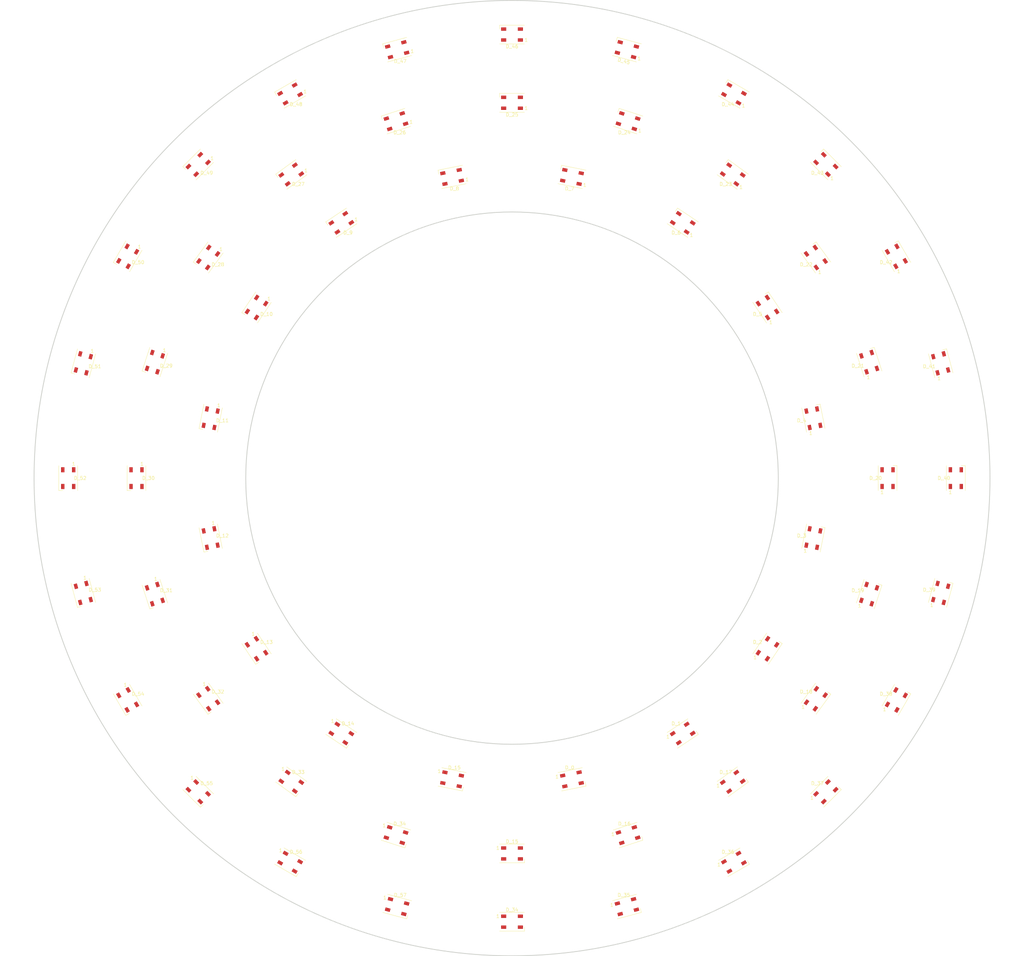
<source format=kicad_pcb>
(kicad_pcb (version 20211014) (generator pcbnew)
  (title_block (title "A title") (comment 1 "Comment 1"))
  (layers (0 "F.Cu" signal) (1 "In1.Cu" signal "Inner1.Cu") (2 "In2.Cu" signal "Inner2.Cu") (31 "B.Cu" signal) (34 "B.Paste" user) (35 "F.Paste" user) (36 "B.SilkS" user) (37 "F.SilkS" user) (38 "B.Mask" user) (39 "F.Mask" user) (44 "Edge.Cuts" user))
  (net 0 "")
  (footprint "D_7" (layer "F.Cu") (at 217.558129 111.729325 168.75)
    (fp_text reference "D_7" (at 0 -3.5) (layer "F.SilkS"))
    (fp_text value "LED_WS2812B_PLCC4_5.0x5.0mm_P3.2mm")
    (fp_text user "1" (at -4.15 -1.6) (layer "F.SilkS"))
    (pad "1" smd rect locked (at -2.45 -1.6 168.75) (size 1.5 1) (layers "F.Cu" "F.Paste" "F.Mask"))
    (pad "2" smd rect locked (at -2.45 1.6 168.75) (size 1.5 1) (layers "F.Cu" "F.Paste" "F.Mask"))
    (pad "3" smd rect locked (at 2.45 1.6 168.75) (size 1.5 1) (layers "F.Cu" "F.Paste" "F.Mask"))
    (pad "4" smd rect locked (at 2.45 -1.6 168.75) (size 1.5 1) (layers "F.Cu" "F.Paste" "F.Mask"))
  )
  (footprint "D_55" (layer "F.Cu") (at 108.076118 291.923882 -45)
    (fp_text reference "D_55" (at 0 -3.5) (layer "F.SilkS"))
    (fp_text value "LED_WS2812B_PLCC4_5.0x5.0mm_P3.2mm")
    (fp_text user "1" (at -4.15 -1.6) (layer "F.SilkS"))
    (pad "1" smd rect locked (at -2.45 -1.6 315) (size 1.5 1) (layers "F.Cu" "F.Paste" "F.Mask"))
    (pad "2" smd rect locked (at -2.45 1.6 315) (size 1.5 1) (layers "F.Cu" "F.Paste" "F.Mask"))
    (pad "3" smd rect locked (at 2.45 1.6 315) (size 1.5 1) (layers "F.Cu" "F.Paste" "F.Mask"))
    (pad "4" smd rect locked (at 2.45 -1.6 315) (size 1.5 1) (layers "F.Cu" "F.Paste" "F.Mask"))
  )
  (footprint "D_43" (layer "F.Cu") (at 291.923882 108.076118 135)
    (fp_text reference "D_43" (at 0 -3.5) (layer "F.SilkS"))
    (fp_text value "LED_WS2812B_PLCC4_5.0x5.0mm_P3.2mm")
    (fp_text user "1" (at -4.15 -1.6) (layer "F.SilkS"))
    (pad "1" smd rect locked (at -2.45 -1.6 135) (size 1.5 1) (layers "F.Cu" "F.Paste" "F.Mask"))
    (pad "2" smd rect locked (at -2.45 1.6 135) (size 1.5 1) (layers "F.Cu" "F.Paste" "F.Mask"))
    (pad "3" smd rect locked (at 2.45 1.6 135) (size 1.5 1) (layers "F.Cu" "F.Paste" "F.Mask"))
    (pad "4" smd rect locked (at 2.45 -1.6 135) (size 1.5 1) (layers "F.Cu" "F.Paste" "F.Mask"))
  )
  (footprint "D_6" (layer "F.Cu") (at 250.001321 125.167735 146.25)
    (fp_text reference "D_6" (at 0 -3.5) (layer "F.SilkS"))
    (fp_text value "LED_WS2812B_PLCC4_5.0x5.0mm_P3.2mm")
    (fp_text user "1" (at -4.15 -1.6) (layer "F.SilkS"))
    (pad "1" smd rect locked (at -2.45 -1.6 146.25) (size 1.5 1) (layers "F.Cu" "F.Paste" "F.Mask"))
    (pad "2" smd rect locked (at -2.45 1.6 146.25) (size 1.5 1) (layers "F.Cu" "F.Paste" "F.Mask"))
    (pad "3" smd rect locked (at 2.45 1.6 146.25) (size 1.5 1) (layers "F.Cu" "F.Paste" "F.Mask"))
    (pad "4" smd rect locked (at 2.45 -1.6 146.25) (size 1.5 1) (layers "F.Cu" "F.Paste" "F.Mask"))
  )
  (footprint "D_34" (layer "F.Cu") (at 166.008131 304.616217 -18)
    (fp_text reference "D_34" (at 0 -3.5) (layer "F.SilkS"))
    (fp_text value "LED_WS2812B_PLCC4_5.0x5.0mm_P3.2mm")
    (fp_text user "1" (at -4.15 -1.6) (layer "F.SilkS"))
    (pad "1" smd rect locked (at -2.45 -1.6 342) (size 1.5 1) (layers "F.Cu" "F.Paste" "F.Mask"))
    (pad "2" smd rect locked (at -2.45 1.6 342) (size 1.5 1) (layers "F.Cu" "F.Paste" "F.Mask"))
    (pad "3" smd rect locked (at 2.45 1.6 342) (size 1.5 1) (layers "F.Cu" "F.Paste" "F.Mask"))
    (pad "4" smd rect locked (at 2.45 -1.6 342) (size 1.5 1) (layers "F.Cu" "F.Paste" "F.Mask"))
  )
  (footprint "D_30" (layer "F.Cu") (at 90 200 -90)
    (fp_text reference "D_30" (at 0 -3.5) (layer "F.SilkS"))
    (fp_text value "LED_WS2812B_PLCC4_5.0x5.0mm_P3.2mm")
    (fp_text user "1" (at -4.15 -1.6) (layer "F.SilkS"))
    (pad "1" smd rect locked (at -2.45 -1.6 270) (size 1.5 1) (layers "F.Cu" "F.Paste" "F.Mask"))
    (pad "2" smd rect locked (at -2.45 1.6 270) (size 1.5 1) (layers "F.Cu" "F.Paste" "F.Mask"))
    (pad "3" smd rect locked (at 2.45 1.6 270) (size 1.5 1) (layers "F.Cu" "F.Paste" "F.Mask"))
    (pad "4" smd rect locked (at 2.45 -1.6 270) (size 1.5 1) (layers "F.Cu" "F.Paste" "F.Mask"))
  )
  (footprint "D_13" (layer "F.Cu") (at 125.167735 250.001321 -56.25)
    (fp_text reference "D_13" (at 0 -3.5) (layer "F.SilkS"))
    (fp_text value "LED_WS2812B_PLCC4_5.0x5.0mm_P3.2mm")
    (fp_text user "1" (at -4.15 -1.6) (layer "F.SilkS"))
    (pad "1" smd rect locked (at -2.45 -1.6 303.75) (size 1.5 1) (layers "F.Cu" "F.Paste" "F.Mask"))
    (pad "2" smd rect locked (at -2.45 1.6 303.75) (size 1.5 1) (layers "F.Cu" "F.Paste" "F.Mask"))
    (pad "3" smd rect locked (at 2.45 1.6 303.75) (size 1.5 1) (layers "F.Cu" "F.Paste" "F.Mask"))
    (pad "4" smd rect locked (at 2.45 -1.6 303.75) (size 1.5 1) (layers "F.Cu" "F.Paste" "F.Mask"))
  )
  (footprint "D_11" (layer "F.Cu") (at 111.729325 182.441871 -101.25)
    (fp_text reference "D_11" (at 0 -3.5) (layer "F.SilkS"))
    (fp_text value "LED_WS2812B_PLCC4_5.0x5.0mm_P3.2mm")
    (fp_text user "1" (at -4.15 -1.6) (layer "F.SilkS"))
    (pad "1" smd rect locked (at -2.45 -1.6 258.75) (size 1.5 1) (layers "F.Cu" "F.Paste" "F.Mask"))
    (pad "2" smd rect locked (at -2.45 1.6 258.75) (size 1.5 1) (layers "F.Cu" "F.Paste" "F.Mask"))
    (pad "3" smd rect locked (at 2.45 1.6 258.75) (size 1.5 1) (layers "F.Cu" "F.Paste" "F.Mask"))
    (pad "4" smd rect locked (at 2.45 -1.6 258.75) (size 1.5 1) (layers "F.Cu" "F.Paste" "F.Mask"))
  )
  (footprint "D_33" (layer "F.Cu") (at 135.343622 288.991869 -36)
    (fp_text reference "D_33" (at 0 -3.5) (layer "F.SilkS"))
    (fp_text value "LED_WS2812B_PLCC4_5.0x5.0mm_P3.2mm")
    (fp_text user "1" (at -4.15 -1.6) (layer "F.SilkS"))
    (pad "1" smd rect locked (at -2.45 -1.6 324) (size 1.5 1) (layers "F.Cu" "F.Paste" "F.Mask"))
    (pad "2" smd rect locked (at -2.45 1.6 324) (size 1.5 1) (layers "F.Cu" "F.Paste" "F.Mask"))
    (pad "3" smd rect locked (at 2.45 1.6 324) (size 1.5 1) (layers "F.Cu" "F.Paste" "F.Mask"))
    (pad "4" smd rect locked (at 2.45 -1.6 324) (size 1.5 1) (layers "F.Cu" "F.Paste" "F.Mask"))
  )
  (footprint "D_31" (layer "F.Cu") (at 95.383783 233.991869 -72)
    (fp_text reference "D_31" (at 0 -3.5) (layer "F.SilkS"))
    (fp_text value "LED_WS2812B_PLCC4_5.0x5.0mm_P3.2mm")
    (fp_text user "1" (at -4.15 -1.6) (layer "F.SilkS"))
    (pad "1" smd rect locked (at -2.45 -1.6 288) (size 1.5 1) (layers "F.Cu" "F.Paste" "F.Mask"))
    (pad "2" smd rect locked (at -2.45 1.6 288) (size 1.5 1) (layers "F.Cu" "F.Paste" "F.Mask"))
    (pad "3" smd rect locked (at 2.45 1.6 288) (size 1.5 1) (layers "F.Cu" "F.Paste" "F.Mask"))
    (pad "4" smd rect locked (at 2.45 -1.6 288) (size 1.5 1) (layers "F.Cu" "F.Paste" "F.Mask"))
  )
  (footprint "D_28" (layer "F.Cu") (at 111.008131 135.343622 -126)
    (fp_text reference "D_28" (at 0 -3.5) (layer "F.SilkS"))
    (fp_text value "LED_WS2812B_PLCC4_5.0x5.0mm_P3.2mm")
    (fp_text user "1" (at -4.15 -1.6) (layer "F.SilkS"))
    (pad "1" smd rect locked (at -2.45 -1.6 234) (size 1.5 1) (layers "F.Cu" "F.Paste" "F.Mask"))
    (pad "2" smd rect locked (at -2.45 1.6 234) (size 1.5 1) (layers "F.Cu" "F.Paste" "F.Mask"))
    (pad "3" smd rect locked (at 2.45 1.6 234) (size 1.5 1) (layers "F.Cu" "F.Paste" "F.Mask"))
    (pad "4" smd rect locked (at 2.45 -1.6 234) (size 1.5 1) (layers "F.Cu" "F.Paste" "F.Mask"))
  )
  (footprint "D_45" (layer "F.Cu") (at 233.646476 74.429643 165)
    (fp_text reference "D_45" (at 0 -3.5 165) (layer "F.SilkS"))
    (fp_text value "LED_WS2812B_PLCC4_5.0x5.0mm_P3.2mm")
    (fp_text user "1" (at -4.15 -1.6) (layer "F.SilkS"))
    (pad "1" smd rect locked (at -2.45 -1.6 165) (size 1.5 1) (layers "F.Cu" "F.Paste" "F.Mask"))
    (pad "2" smd rect locked (at -2.45 1.6 165) (size 1.5 1) (layers "F.Cu" "F.Paste" "F.Mask"))
    (pad "3" smd rect locked (at 2.45 1.6 165) (size 1.5 1) (layers "F.Cu" "F.Paste" "F.Mask"))
    (pad "4" smd rect locked (at 2.45 -1.6 165) (size 1.5 1) (layers "F.Cu" "F.Paste" "F.Mask"))
  )
  (footprint "D_1" (layer "F.Cu") (at 250.001321 274.832265 33.75)
    (fp_text reference "D_1" (at 0 -3.5) (layer "F.SilkS"))
    (fp_text value "LED_WS2812B_PLCC4_5.0x5.0mm_P3.2mm")
    (fp_text user "1" (at -4.15 -1.6) (layer "F.SilkS"))
    (pad "1" smd rect locked (at -2.45 -1.6 33.75) (size 1.5 1) (layers "F.Cu" "F.Paste" "F.Mask"))
    (pad "2" smd rect locked (at -2.45 1.6 33.75) (size 1.5 1) (layers "F.Cu" "F.Paste" "F.Mask"))
    (pad "3" smd rect locked (at 2.45 1.6 33.75) (size 1.5 1) (layers "F.Cu" "F.Paste" "F.Mask"))
    (pad "4" smd rect locked (at 2.45 -1.6 33.75) (size 1.5 1) (layers "F.Cu" "F.Paste" "F.Mask"))
  )
  (footprint "D_51" (layer "F.Cu") (at 74.429643 166.353524 -105)
    (fp_text reference "D_51" (at 0 -3.5) (layer "F.SilkS"))
    (fp_text value "LED_WS2812B_PLCC4_5.0x5.0mm_P3.2mm")
    (fp_text user "1" (at -4.15 -1.6) (layer "F.SilkS"))
    (pad "1" smd rect locked (at -2.45 -1.6 255) (size 1.5 1) (layers "F.Cu" "F.Paste" "F.Mask"))
    (pad "2" smd rect locked (at -2.45 1.6 255) (size 1.5 1) (layers "F.Cu" "F.Paste" "F.Mask"))
    (pad "3" smd rect locked (at 2.45 1.6 255) (size 1.5 1) (layers "F.Cu" "F.Paste" "F.Mask"))
    (pad "4" smd rect locked (at 2.45 -1.6 255) (size 1.5 1) (layers "F.Cu" "F.Paste" "F.Mask"))
  )
  (footprint "D_29" (layer "F.Cu") (at 95.383783 166.008131 -108)
    (fp_text reference "D_29" (at 0 -3.5) (layer "F.SilkS"))
    (fp_text value "LED_WS2812B_PLCC4_5.0x5.0mm_P3.2mm")
    (fp_text user "1" (at -4.15 -1.6) (layer "F.SilkS"))
    (pad "1" smd rect locked (at -2.45 -1.6 252) (size 1.5 1) (layers "F.Cu" "F.Paste" "F.Mask"))
    (pad "2" smd rect locked (at -2.45 1.6 252) (size 1.5 1) (layers "F.Cu" "F.Paste" "F.Mask"))
    (pad "3" smd rect locked (at 2.45 1.6 252) (size 1.5 1) (layers "F.Cu" "F.Paste" "F.Mask"))
    (pad "4" smd rect locked (at 2.45 -1.6 252) (size 1.5 1) (layers "F.Cu" "F.Paste" "F.Mask"))
  )
  (footprint "D_2" (layer "F.Cu") (at 274.832265 250.001321 56.25)
    (fp_text reference "D_2" (at 0 -3.5) (layer "F.SilkS"))
    (fp_text value "LED_WS2812B_PLCC4_5.0x5.0mm_P3.2mm")
    (fp_text user "1" (at -4.15 -1.6) (layer "F.SilkS"))
    (pad "1" smd rect locked (at -2.45 -1.6 56.25) (size 1.5 1) (layers "F.Cu" "F.Paste" "F.Mask"))
    (pad "2" smd rect locked (at -2.45 1.6 56.25) (size 1.5 1) (layers "F.Cu" "F.Paste" "F.Mask"))
    (pad "3" smd rect locked (at 2.45 1.6 56.25) (size 1.5 1) (layers "F.Cu" "F.Paste" "F.Mask"))
    (pad "4" smd rect locked (at 2.45 -1.6 56.25) (size 1.5 1) (layers "F.Cu" "F.Paste" "F.Mask"))
  )
  (footprint "D_10" (layer "F.Cu") (at 125.167735 149.998679 -123.75)
    (fp_text reference "D_10" (at 0 -3.5) (layer "F.SilkS"))
    (fp_text value "LED_WS2812B_PLCC4_5.0x5.0mm_P3.2mm")
    (fp_text user "1" (at -4.15 -1.6) (layer "F.SilkS"))
    (pad "1" smd rect locked (at -2.45 -1.6 236.25) (size 1.5 1) (layers "F.Cu" "F.Paste" "F.Mask"))
    (pad "2" smd rect locked (at -2.45 1.6 236.25) (size 1.5 1) (layers "F.Cu" "F.Paste" "F.Mask"))
    (pad "3" smd rect locked (at 2.45 1.6 236.25) (size 1.5 1) (layers "F.Cu" "F.Paste" "F.Mask"))
    (pad "4" smd rect locked (at 2.45 -1.6 236.25) (size 1.5 1) (layers "F.Cu" "F.Paste" "F.Mask"))
  )
  (footprint "D_49" (layer "F.Cu") (at 108.076118 108.076118 -135)
    (fp_text reference "D_49" (at 0 -3.5) (layer "F.SilkS"))
    (fp_text value "LED_WS2812B_PLCC4_5.0x5.0mm_P3.2mm")
    (fp_text user "1" (at -4.15 -1.6) (layer "F.SilkS"))
    (pad "1" smd rect locked (at -2.45 -1.6 225) (size 1.5 1) (layers "F.Cu" "F.Paste" "F.Mask"))
    (pad "2" smd rect locked (at -2.45 1.6 225) (size 1.5 1) (layers "F.Cu" "F.Paste" "F.Mask"))
    (pad "3" smd rect locked (at 2.45 1.6 225) (size 1.5 1) (layers "F.Cu" "F.Paste" "F.Mask"))
    (pad "4" smd rect locked (at 2.45 -1.6 225) (size 1.5 1) (layers "F.Cu" "F.Paste" "F.Mask"))
  )
  (footprint "D_21" (layer "F.Cu") (at 304.616217 166.008131 108)
    (fp_text reference "D_21" (at 0 -3.5) (layer "F.SilkS"))
    (fp_text value "LED_WS2812B_PLCC4_5.0x5.0mm_P3.2mm")
    (fp_text user "1" (at -4.15 -1.6) (layer "F.SilkS"))
    (pad "1" smd rect locked (at -2.45 -1.6 108) (size 1.5 1) (layers "F.Cu" "F.Paste" "F.Mask"))
    (pad "2" smd rect locked (at -2.45 1.6 108) (size 1.5 1) (layers "F.Cu" "F.Paste" "F.Mask"))
    (pad "3" smd rect locked (at 2.45 1.6 108) (size 1.5 1) (layers "F.Cu" "F.Paste" "F.Mask"))
    (pad "4" smd rect locked (at 2.45 -1.6 108) (size 1.5 1) (layers "F.Cu" "F.Paste" "F.Mask"))
  )
  (footprint "D_56" (layer "F.Cu") (at 135 312.583302 -30)
    (fp_text reference "D_56" (at 0 -3.5) (layer "F.SilkS"))
    (fp_text value "LED_WS2812B_PLCC4_5.0x5.0mm_P3.2mm")
    (fp_text user "1" (at -4.15 -1.6) (layer "F.SilkS"))
    (pad "1" smd rect locked (at -2.45 -1.6 330) (size 1.5 1) (layers "F.Cu" "F.Paste" "F.Mask"))
    (pad "2" smd rect locked (at -2.45 1.6 330) (size 1.5 1) (layers "F.Cu" "F.Paste" "F.Mask"))
    (pad "3" smd rect locked (at 2.45 1.6 330) (size 1.5 1) (layers "F.Cu" "F.Paste" "F.Mask"))
    (pad "4" smd rect locked (at 2.45 -1.6 330) (size 1.5 1) (layers "F.Cu" "F.Paste" "F.Mask"))
  )
  (footprint "D_0" (layer "F.Cu") (at 217.558129 288.270675 11.25)
    (fp_text reference "D_0" (at 0 -3.5) (layer "F.SilkS"))
    (fp_text value "LED_WS2812B_PLCC4_5.0x5.0mm_P3.2mm")
    (fp_text user "1" (at -4.15 -1.6) (layer "F.SilkS"))
    (pad "1" smd rect locked (at -2.45 -1.6 11.25) (size 1.5 1) (layers "F.Cu" "F.Paste" "F.Mask"))
    (pad "2" smd rect locked (at -2.45 1.6 11.25) (size 1.5 1) (layers "F.Cu" "F.Paste" "F.Mask"))
    (pad "3" smd rect locked (at 2.45 1.6 11.25) (size 1.5 1) (layers "F.Cu" "F.Paste" "F.Mask"))
    (pad "4" smd rect locked (at 2.45 -1.6 11.25) (size 1.5 1) (layers "F.Cu" "F.Paste" "F.Mask"))
  )
  (footprint "D_5" (layer "F.Cu") (at 274.832265 149.998679 123.75)
    (fp_text reference "D_5" (at 0 -3.5) (layer "F.SilkS"))
    (fp_text value "LED_WS2812B_PLCC4_5.0x5.0mm_P3.2mm")
    (fp_text user "1" (at -4.15 -1.6) (layer "F.SilkS"))
    (pad "1" smd rect locked (at -2.45 -1.6 123.75) (size 1.5 1) (layers "F.Cu" "F.Paste" "F.Mask"))
    (pad "2" smd rect locked (at -2.45 1.6 123.75) (size 1.5 1) (layers "F.Cu" "F.Paste" "F.Mask"))
    (pad "3" smd rect locked (at 2.45 1.6 123.75) (size 1.5 1) (layers "F.Cu" "F.Paste" "F.Mask"))
    (pad "4" smd rect locked (at 2.45 -1.6 123.75) (size 1.5 1) (layers "F.Cu" "F.Paste" "F.Mask"))
  )
  (footprint "D_27" (layer "F.Cu") (at 135.343622 111.008131 -144)
    (fp_text reference "D_27" (at 0 -3.5) (layer "F.SilkS"))
    (fp_text value "LED_WS2812B_PLCC4_5.0x5.0mm_P3.2mm")
    (fp_text user "1" (at -4.15 -1.6) (layer "F.SilkS"))
    (pad "1" smd rect locked (at -2.45 -1.6 216) (size 1.5 1) (layers "F.Cu" "F.Paste" "F.Mask"))
    (pad "2" smd rect locked (at -2.45 1.6 216) (size 1.5 1) (layers "F.Cu" "F.Paste" "F.Mask"))
    (pad "3" smd rect locked (at 2.45 1.6 216) (size 1.5 1) (layers "F.Cu" "F.Paste" "F.Mask"))
    (pad "4" smd rect locked (at 2.45 -1.6 216) (size 1.5 1) (layers "F.Cu" "F.Paste" "F.Mask"))
  )
  (footprint "D_48" (layer "F.Cu") (at 135 87.416698 -150)
    (fp_text reference "D_48" (at 0 -3.5) (layer "F.SilkS"))
    (fp_text value "LED_WS2812B_PLCC4_5.0x5.0mm_P3.2mm")
    (fp_text user "1" (at -4.15 -1.6) (layer "F.SilkS"))
    (pad "1" smd rect locked (at -2.45 -1.6 210) (size 1.5 1) (layers "F.Cu" "F.Paste" "F.Mask"))
    (pad "2" smd rect locked (at -2.45 1.6 210) (size 1.5 1) (layers "F.Cu" "F.Paste" "F.Mask"))
    (pad "3" smd rect locked (at 2.45 1.6 210) (size 1.5 1) (layers "F.Cu" "F.Paste" "F.Mask"))
    (pad "4" smd rect locked (at 2.45 -1.6 210) (size 1.5 1) (layers "F.Cu" "F.Paste" "F.Mask"))
  )
  (footprint "D_3" (layer "F.Cu") (at 288.270675 217.558129 78.75)
    (fp_text reference "D_3" (at 0 -3.5) (layer "F.SilkS"))
    (fp_text value "LED_WS2812B_PLCC4_5.0x5.0mm_P3.2mm")
    (fp_text user "1" (at -4.15 -1.6) (layer "F.SilkS"))
    (pad "1" smd rect locked (at -2.45 -1.6 78.75) (size 1.5 1) (layers "F.Cu" "F.Paste" "F.Mask"))
    (pad "2" smd rect locked (at -2.45 1.6 78.75) (size 1.5 1) (layers "F.Cu" "F.Paste" "F.Mask"))
    (pad "3" smd rect locked (at 2.45 1.6 78.75) (size 1.5 1) (layers "F.Cu" "F.Paste" "F.Mask"))
    (pad "4" smd rect locked (at 2.45 -1.6 78.75) (size 1.5 1) (layers "F.Cu" "F.Paste" "F.Mask"))
  )
  (footprint "D_12" (layer "F.Cu") (at 111.729325 217.558129 -78.75)
    (fp_text reference "D_12" (at 0 -3.5) (layer "F.SilkS"))
    (fp_text value "LED_WS2812B_PLCC4_5.0x5.0mm_P3.2mm")
    (fp_text user "1" (at -4.15 -1.6) (layer "F.SilkS"))
    (pad "1" smd rect locked (at -2.45 -1.6 281.25) (size 1.5 1) (layers "F.Cu" "F.Paste" "F.Mask"))
    (pad "2" smd rect locked (at -2.45 1.6 281.25) (size 1.5 1) (layers "F.Cu" "F.Paste" "F.Mask"))
    (pad "3" smd rect locked (at 2.45 1.6 281.25) (size 1.5 1) (layers "F.Cu" "F.Paste" "F.Mask"))
    (pad "4" smd rect locked (at 2.45 -1.6 281.25) (size 1.5 1) (layers "F.Cu" "F.Paste" "F.Mask"))
  )
  (footprint "D_22" (layer "F.Cu") (at 288.991869 135.343622 126)
    (fp_text reference "D_22" (at 0 -3.5) (layer "F.SilkS"))
    (fp_text value "LED_WS2812B_PLCC4_5.0x5.0mm_P3.2mm")
    (fp_text user "1" (at -4.15 -1.6) (layer "F.SilkS"))
    (pad "1" smd rect locked (at -2.45 -1.6 126) (size 1.5 1) (layers "F.Cu" "F.Paste" "F.Mask"))
    (pad "2" smd rect locked (at -2.45 1.6 126) (size 1.5 1) (layers "F.Cu" "F.Paste" "F.Mask"))
    (pad "3" smd rect locked (at 2.45 1.6 126) (size 1.5 1) (layers "F.Cu" "F.Paste" "F.Mask"))
    (pad "4" smd rect locked (at 2.45 -1.6 126) (size 1.5 1) (layers "F.Cu" "F.Paste" "F.Mask"))
  )
  (footprint "D_17" (layer "F.Cu") (at 264.656378 288.991869 36)
    (fp_text reference "D_17" (at 0 -3.5) (layer "F.SilkS"))
    (fp_text value "LED_WS2812B_PLCC4_5.0x5.0mm_P3.2mm")
    (fp_text user "1" (at -4.15 -1.6) (layer "F.SilkS"))
    (pad "1" smd rect locked (at -2.45 -1.6 36) (size 1.5 1) (layers "F.Cu" "F.Paste" "F.Mask"))
    (pad "2" smd rect locked (at -2.45 1.6 36) (size 1.5 1) (layers "F.Cu" "F.Paste" "F.Mask"))
    (pad "3" smd rect locked (at 2.45 1.6 36) (size 1.5 1) (layers "F.Cu" "F.Paste" "F.Mask"))
    (pad "4" smd rect locked (at 2.45 -1.6 36) (size 1.5 1) (layers "F.Cu" "F.Paste" "F.Mask"))
  )
  (footprint "D_24" (layer "F.Cu") (at 233.991869 95.383783 162)
    (fp_text reference "D_24" (at 0 -3.5) (layer "F.SilkS"))
    (fp_text value "LED_WS2812B_PLCC4_5.0x5.0mm_P3.2mm")
    (fp_text user "1" (at -4.15 -1.6) (layer "F.SilkS"))
    (pad "1" smd rect locked (at -2.45 -1.6 162) (size 1.5 1) (layers "F.Cu" "F.Paste" "F.Mask"))
    (pad "2" smd rect locked (at -2.45 1.6 162) (size 1.5 1) (layers "F.Cu" "F.Paste" "F.Mask"))
    (pad "3" smd rect locked (at 2.45 1.6 162) (size 1.5 1) (layers "F.Cu" "F.Paste" "F.Mask"))
    (pad "4" smd rect locked (at 2.45 -1.6 162) (size 1.5 1) (layers "F.Cu" "F.Paste" "F.Mask"))
  )
  (footprint "D_41" (layer "F.Cu") (at 325.570357 166.353524 105)
    (fp_text reference "D_41" (at 0 -3.5) (layer "F.SilkS"))
    (fp_text value "LED_WS2812B_PLCC4_5.0x5.0mm_P3.2mm")
    (fp_text user "1" (at -4.15 -1.6) (layer "F.SilkS"))
    (pad "1" smd rect locked (at -2.45 -1.6 105) (size 1.5 1) (layers "F.Cu" "F.Paste" "F.Mask"))
    (pad "2" smd rect locked (at -2.45 1.6 105) (size 1.5 1) (layers "F.Cu" "F.Paste" "F.Mask"))
    (pad "3" smd rect locked (at 2.45 1.6 105) (size 1.5 1) (layers "F.Cu" "F.Paste" "F.Mask"))
    (pad "4" smd rect locked (at 2.45 -1.6 105) (size 1.5 1) (layers "F.Cu" "F.Paste" "F.Mask"))
  )
  (footprint "D_35" (layer "F.Cu") (at 233.646476 325.570357 15)
    (fp_text reference "D_35" (at 0 -3.5) (layer "F.SilkS"))
    (fp_text value "LED_WS2812B_PLCC4_5.0x5.0mm_P3.2mm")
    (fp_text user "1" (at -4.15 -1.6) (layer "F.SilkS"))
    (pad "1" smd rect locked (at -2.45 -1.6 15) (size 1.5 1) (layers "F.Cu" "F.Paste" "F.Mask"))
    (pad "2" smd rect locked (at -2.45 1.6 15) (size 1.5 1) (layers "F.Cu" "F.Paste" "F.Mask"))
    (pad "3" smd rect locked (at 2.45 1.6 15) (size 1.5 1) (layers "F.Cu" "F.Paste" "F.Mask"))
    (pad "4" smd rect locked (at 2.45 -1.6 15) (size 1.5 1) (layers "F.Cu" "F.Paste" "F.Mask"))
  )
  (footprint "D_9" (layer "F.Cu") (at 149.998679 125.167735 -146.25)
    (fp_text reference "D_9" (at 0 -3.5) (layer "F.SilkS"))
    (fp_text value "LED_WS2812B_PLCC4_5.0x5.0mm_P3.2mm")
    (fp_text user "1" (at -4.15 -1.6) (layer "F.SilkS"))
    (pad "1" smd rect locked (at -2.45 -1.6 213.75) (size 1.5 1) (layers "F.Cu" "F.Paste" "F.Mask"))
    (pad "2" smd rect locked (at -2.45 1.6 213.75) (size 1.5 1) (layers "F.Cu" "F.Paste" "F.Mask"))
    (pad "3" smd rect locked (at 2.45 1.6 213.75) (size 1.5 1) (layers "F.Cu" "F.Paste" "F.Mask"))
    (pad "4" smd rect locked (at 2.45 -1.6 213.75) (size 1.5 1) (layers "F.Cu" "F.Paste" "F.Mask"))
  )
  (footprint "D_38" (layer "F.Cu") (at 312.583302 265 60)
    (fp_text reference "D_38" (at 0 -3.5) (layer "F.SilkS"))
    (fp_text value "LED_WS2812B_PLCC4_5.0x5.0mm_P3.2mm")
    (fp_text user "1" (at -4.15 -1.6) (layer "F.SilkS"))
    (pad "1" smd rect locked (at -2.45 -1.6 60) (size 1.5 1) (layers "F.Cu" "F.Paste" "F.Mask"))
    (pad "2" smd rect locked (at -2.45 1.6 60) (size 1.5 1) (layers "F.Cu" "F.Paste" "F.Mask"))
    (pad "3" smd rect locked (at 2.45 1.6 60) (size 1.5 1) (layers "F.Cu" "F.Paste" "F.Mask"))
    (pad "4" smd rect locked (at 2.45 -1.6 60) (size 1.5 1) (layers "F.Cu" "F.Paste" "F.Mask"))
  )
  (footprint "D_50" (layer "F.Cu") (at 87.416698 135 -120)
    (fp_text reference "D_50" (at 0 -3.5) (layer "F.SilkS"))
    (fp_text value "LED_WS2812B_PLCC4_5.0x5.0mm_P3.2mm")
    (fp_text user "1" (at -4.15 -1.6) (layer "F.SilkS"))
    (pad "1" smd rect locked (at -2.45 -1.6 240) (size 1.5 1) (layers "F.Cu" "F.Paste" "F.Mask"))
    (pad "2" smd rect locked (at -2.45 1.6 240) (size 1.5 1) (layers "F.Cu" "F.Paste" "F.Mask"))
    (pad "3" smd rect locked (at 2.45 1.6 240) (size 1.5 1) (layers "F.Cu" "F.Paste" "F.Mask"))
    (pad "4" smd rect locked (at 2.45 -1.6 240) (size 1.5 1) (layers "F.Cu" "F.Paste" "F.Mask"))
  )
  (footprint "D_4" (layer "F.Cu") (at 288.270675 182.441871 101.25)
    (fp_text reference "D_4" (at 0 -3.5) (layer "F.SilkS"))
    (fp_text value "LED_WS2812B_PLCC4_5.0x5.0mm_P3.2mm")
    (fp_text user "1" (at -4.15 -1.6) (layer "F.SilkS"))
    (pad "1" smd rect locked (at -2.45 -1.6 101.25) (size 1.5 1) (layers "F.Cu" "F.Paste" "F.Mask"))
    (pad "2" smd rect locked (at -2.45 1.6 101.25) (size 1.5 1) (layers "F.Cu" "F.Paste" "F.Mask"))
    (pad "3" smd rect locked (at 2.45 1.6 101.25) (size 1.5 1) (layers "F.Cu" "F.Paste" "F.Mask"))
    (pad "4" smd rect locked (at 2.45 -1.6 101.25) (size 1.5 1) (layers "F.Cu" "F.Paste" "F.Mask"))
  )
  (footprint "D_44" (layer "F.Cu") (at 265 87.416698 150)
    (fp_text reference "D_44" (at 0 -3.5) (layer "F.SilkS"))
    (fp_text value "LED_WS2812B_PLCC4_5.0x5.0mm_P3.2mm")
    (fp_text user "1" (at -4.15 -1.6) (layer "F.SilkS"))
    (pad "1" smd rect locked (at -2.45 -1.6 150) (size 1.5 1) (layers "F.Cu" "F.Paste" "F.Mask"))
    (pad "2" smd rect locked (at -2.45 1.6 150) (size 1.5 1) (layers "F.Cu" "F.Paste" "F.Mask"))
    (pad "3" smd rect locked (at 2.45 1.6 150) (size 1.5 1) (layers "F.Cu" "F.Paste" "F.Mask"))
    (pad "4" smd rect locked (at 2.45 -1.6 150) (size 1.5 1) (layers "F.Cu" "F.Paste" "F.Mask"))
  )
  (footprint "D_14" (layer "F.Cu") (at 149.998679 274.832265 -33.75)
    (fp_text reference "D_14" (at 0 -3.5) (layer "F.SilkS"))
    (fp_text value "LED_WS2812B_PLCC4_5.0x5.0mm_P3.2mm")
    (fp_text user "1" (at -4.15 -1.6) (layer "F.SilkS"))
    (pad "1" smd rect locked (at -2.45 -1.6 326.25) (size 1.5 1) (layers "F.Cu" "F.Paste" "F.Mask"))
    (pad "2" smd rect locked (at -2.45 1.6 326.25) (size 1.5 1) (layers "F.Cu" "F.Paste" "F.Mask"))
    (pad "3" smd rect locked (at 2.45 1.6 326.25) (size 1.5 1) (layers "F.Cu" "F.Paste" "F.Mask"))
    (pad "4" smd rect locked (at 2.45 -1.6 326.25) (size 1.5 1) (layers "F.Cu" "F.Paste" "F.Mask"))
  )
  (footprint "D_57" (layer "F.Cu") (at 166.353524 325.570357 -15)
    (fp_text reference "D_57" (at 0 -3.5) (layer "F.SilkS"))
    (fp_text value "LED_WS2812B_PLCC4_5.0x5.0mm_P3.2mm")
    (fp_text user "1" (at -4.15 -1.6) (layer "F.SilkS"))
    (pad "1" smd rect locked (at -2.45 -1.6 345) (size 1.5 1) (layers "F.Cu" "F.Paste" "F.Mask"))
    (pad "2" smd rect locked (at -2.45 1.6 345) (size 1.5 1) (layers "F.Cu" "F.Paste" "F.Mask"))
    (pad "3" smd rect locked (at 2.45 1.6 345) (size 1.5 1) (layers "F.Cu" "F.Paste" "F.Mask"))
    (pad "4" smd rect locked (at 2.45 -1.6 345) (size 1.5 1) (layers "F.Cu" "F.Paste" "F.Mask"))
  )
  (footprint "D_25" (layer "F.Cu") (at 200 90 180)
    (fp_text reference "D_25" (at 0 -3.5) (layer "F.SilkS"))
    (fp_text value "LED_WS2812B_PLCC4_5.0x5.0mm_P3.2mm")
    (fp_text user "1" (at -4.15 -1.6) (layer "F.SilkS"))
    (pad "1" smd rect locked (at -2.45 -1.6 180) (size 1.5 1) (layers "F.Cu" "F.Paste" "F.Mask"))
    (pad "2" smd rect locked (at -2.45 1.6 180) (size 1.5 1) (layers "F.Cu" "F.Paste" "F.Mask"))
    (pad "3" smd rect locked (at 2.45 1.6 180) (size 1.5 1) (layers "F.Cu" "F.Paste" "F.Mask"))
    (pad "4" smd rect locked (at 2.45 -1.6 180) (size 1.5 1) (layers "F.Cu" "F.Paste" "F.Mask"))
  )
  (footprint "D_23" (layer "F.Cu") (at 264.656378 111.008131 144)
    (fp_text reference "D_23" (at 0 -3.5) (layer "F.SilkS"))
    (fp_text value "LED_WS2812B_PLCC4_5.0x5.0mm_P3.2mm")
    (fp_text user "1" (at -4.15 -1.6) (layer "F.SilkS"))
    (pad "1" smd rect locked (at -2.45 -1.6 144) (size 1.5 1) (layers "F.Cu" "F.Paste" "F.Mask"))
    (pad "2" smd rect locked (at -2.45 1.6 144) (size 1.5 1) (layers "F.Cu" "F.Paste" "F.Mask"))
    (pad "3" smd rect locked (at 2.45 1.6 144) (size 1.5 1) (layers "F.Cu" "F.Paste" "F.Mask"))
    (pad "4" smd rect locked (at 2.45 -1.6 144) (size 1.5 1) (layers "F.Cu" "F.Paste" "F.Mask"))
  )
  (footprint "D_19" (layer "F.Cu") (at 304.616217 233.991869 72)
    (fp_text reference "D_19" (at 0 -3.5) (layer "F.SilkS"))
    (fp_text value "LED_WS2812B_PLCC4_5.0x5.0mm_P3.2mm")
    (fp_text user "1" (at -4.15 -1.6) (layer "F.SilkS"))
    (pad "1" smd rect locked (at -2.45 -1.6 72) (size 1.5 1) (layers "F.Cu" "F.Paste" "F.Mask"))
    (pad "2" smd rect locked (at -2.45 1.6 72) (size 1.5 1) (layers "F.Cu" "F.Paste" "F.Mask"))
    (pad "3" smd rect locked (at 2.45 1.6 72) (size 1.5 1) (layers "F.Cu" "F.Paste" "F.Mask"))
    (pad "4" smd rect locked (at 2.45 -1.6 72) (size 1.5 1) (layers "F.Cu" "F.Paste" "F.Mask"))
  )
  (footprint "D_39" (layer "F.Cu") (at 325.570357 233.646476 75)
    (fp_text reference "D_39" (at 0 -3.5) (layer "F.SilkS"))
    (fp_text value "LED_WS2812B_PLCC4_5.0x5.0mm_P3.2mm")
    (fp_text user "1" (at -4.15 -1.6) (layer "F.SilkS"))
    (pad "1" smd rect locked (at -2.45 -1.6 75) (size 1.5 1) (layers "F.Cu" "F.Paste" "F.Mask"))
    (pad "2" smd rect locked (at -2.45 1.6 75) (size 1.5 1) (layers "F.Cu" "F.Paste" "F.Mask"))
    (pad "3" smd rect locked (at 2.45 1.6 75) (size 1.5 1) (layers "F.Cu" "F.Paste" "F.Mask"))
    (pad "4" smd rect locked (at 2.45 -1.6 75) (size 1.5 1) (layers "F.Cu" "F.Paste" "F.Mask"))
  )
  (footprint "D_16" (layer "F.Cu") (at 233.991869 304.616217 18)
    (fp_text reference "D_16" (at 0 -3.5) (layer "F.SilkS"))
    (fp_text value "LED_WS2812B_PLCC4_5.0x5.0mm_P3.2mm")
    (fp_text user "1" (at -4.15 -1.6) (layer "F.SilkS"))
    (pad "1" smd rect locked (at -2.45 -1.6 18) (size 1.5 1) (layers "F.Cu" "F.Paste" "F.Mask"))
    (pad "2" smd rect locked (at -2.45 1.6 18) (size 1.5 1) (layers "F.Cu" "F.Paste" "F.Mask"))
    (pad "3" smd rect locked (at 2.45 1.6 18) (size 1.5 1) (layers "F.Cu" "F.Paste" "F.Mask"))
    (pad "4" smd rect locked (at 2.45 -1.6 18) (size 1.5 1) (layers "F.Cu" "F.Paste" "F.Mask"))
  )
  (footprint "D_40" (layer "F.Cu") (at 330 200 90)
    (fp_text reference "D_40" (at 0 -3.5) (layer "F.SilkS"))
    (fp_text value "LED_WS2812B_PLCC4_5.0x5.0mm_P3.2mm")
    (fp_text user "1" (at -4.15 -1.6) (layer "F.SilkS"))
    (pad "1" smd rect locked (at -2.45 -1.6 90) (size 1.5 1) (layers "F.Cu" "F.Paste" "F.Mask"))
    (pad "2" smd rect locked (at -2.45 1.6 90) (size 1.5 1) (layers "F.Cu" "F.Paste" "F.Mask"))
    (pad "3" smd rect locked (at 2.45 1.6 90) (size 1.5 1) (layers "F.Cu" "F.Paste" "F.Mask"))
    (pad "4" smd rect locked (at 2.45 -1.6 90) (size 1.5 1) (layers "F.Cu" "F.Paste" "F.Mask"))
  )
  (footprint "D_20" (layer "F.Cu") (at 310 200 90)
    (fp_text reference "D_20" (at 0 -3.5) (layer "F.SilkS"))
    (fp_text value "LED_WS2812B_PLCC4_5.0x5.0mm_P3.2mm")
    (fp_text user "1" (at -4.15 -1.6) (layer "F.SilkS"))
    (pad "1" smd rect locked (at -2.45 -1.6 90) (size 1.5 1) (layers "F.Cu" "F.Paste" "F.Mask"))
    (pad "2" smd rect locked (at -2.45 1.6 90) (size 1.5 1) (layers "F.Cu" "F.Paste" "F.Mask"))
    (pad "3" smd rect locked (at 2.45 1.6 90) (size 1.5 1) (layers "F.Cu" "F.Paste" "F.Mask"))
    (pad "4" smd rect locked (at 2.45 -1.6 90) (size 1.5 1) (layers "F.Cu" "F.Paste" "F.Mask"))
  )
  (footprint "D_26" (layer "F.Cu") (at 166.008131 95.383783 -162)
    (fp_text reference "D_26" (at 0 -3.5) (layer "F.SilkS"))
    (fp_text value "LED_WS2812B_PLCC4_5.0x5.0mm_P3.2mm")
    (fp_text user "1" (at -4.15 -1.6) (layer "F.SilkS"))
    (pad "1" smd rect locked (at -2.45 -1.6 198) (size 1.5 1) (layers "F.Cu" "F.Paste" "F.Mask"))
    (pad "2" smd rect locked (at -2.45 1.6 198) (size 1.5 1) (layers "F.Cu" "F.Paste" "F.Mask"))
    (pad "3" smd rect locked (at 2.45 1.6 198) (size 1.5 1) (layers "F.Cu" "F.Paste" "F.Mask"))
    (pad "4" smd rect locked (at 2.45 -1.6 198) (size 1.5 1) (layers "F.Cu" "F.Paste" "F.Mask"))
  )
  (footprint "D_42" (layer "F.Cu") (at 312.583302 135 120)
    (fp_text reference "D_42" (at 0 -3.5) (layer "F.SilkS"))
    (fp_text value "LED_WS2812B_PLCC4_5.0x5.0mm_P3.2mm")
    (fp_text user "1" (at -4.15 -1.6) (layer "F.SilkS"))
    (pad "1" smd rect locked (at -2.45 -1.6 120) (size 1.5 1) (layers "F.Cu" "F.Paste" "F.Mask"))
    (pad "2" smd rect locked (at -2.45 1.6 120) (size 1.5 1) (layers "F.Cu" "F.Paste" "F.Mask"))
    (pad "3" smd rect locked (at 2.45 1.6 120) (size 1.5 1) (layers "F.Cu" "F.Paste" "F.Mask"))
    (pad "4" smd rect locked (at 2.45 -1.6 120) (size 1.5 1) (layers "F.Cu" "F.Paste" "F.Mask"))
  )
  (footprint "D_36" (layer "F.Cu") (at 265 312.583302 30)
    (fp_text reference "D_36" (at 0 -3.5) (layer "F.SilkS"))
    (fp_text value "LED_WS2812B_PLCC4_5.0x5.0mm_P3.2mm")
    (fp_text user "1" (at -4.15 -1.6) (layer "F.SilkS"))
    (pad "1" smd rect locked (at -2.45 -1.6 30) (size 1.5 1) (layers "F.Cu" "F.Paste" "F.Mask"))
    (pad "2" smd rect locked (at -2.45 1.6 30) (size 1.5 1) (layers "F.Cu" "F.Paste" "F.Mask"))
    (pad "3" smd rect locked (at 2.45 1.6 30) (size 1.5 1) (layers "F.Cu" "F.Paste" "F.Mask"))
    (pad "4" smd rect locked (at 2.45 -1.6 30) (size 1.5 1) (layers "F.Cu" "F.Paste" "F.Mask"))
  )
  (footprint "D_8" (layer "F.Cu") (at 182.441871 111.729325 -168.75)
    (fp_text reference "D_8" (at 0 -3.5) (layer "F.SilkS"))
    (fp_text value "LED_WS2812B_PLCC4_5.0x5.0mm_P3.2mm")
    (fp_text user "1" (at -4.15 -1.6) (layer "F.SilkS"))
    (pad "1" smd rect locked (at -2.45 -1.6 191.25) (size 1.5 1) (layers "F.Cu" "F.Paste" "F.Mask"))
    (pad "2" smd rect locked (at -2.45 1.6 191.25) (size 1.5 1) (layers "F.Cu" "F.Paste" "F.Mask"))
    (pad "3" smd rect locked (at 2.45 1.6 191.25) (size 1.5 1) (layers "F.Cu" "F.Paste" "F.Mask"))
    (pad "4" smd rect locked (at 2.45 -1.6 191.25) (size 1.5 1) (layers "F.Cu" "F.Paste" "F.Mask"))
  )
  (footprint "D_37" (layer "F.Cu") (at 291.923882 291.923882 45)
    (fp_text reference "D_37" (at 0 -3.5) (layer "F.SilkS"))
    (fp_text value "LED_WS2812B_PLCC4_5.0x5.0mm_P3.2mm")
    (fp_text user "1" (at -4.15 -1.6) (layer "F.SilkS"))
    (pad "1" smd rect locked (at -2.45 -1.6 45) (size 1.5 1) (layers "F.Cu" "F.Paste" "F.Mask"))
    (pad "2" smd rect locked (at -2.45 1.6 45) (size 1.5 1) (layers "F.Cu" "F.Paste" "F.Mask"))
    (pad "3" smd rect locked (at 2.45 1.6 45) (size 1.5 1) (layers "F.Cu" "F.Paste" "F.Mask"))
    (pad "4" smd rect locked (at 2.45 -1.6 45) (size 1.5 1) (layers "F.Cu" "F.Paste" "F.Mask"))
  )
  (footprint "D_32" (layer "F.Cu") (at 111.008131 264.656378 -54)
    (fp_text reference "D_32" (at 0 -3.5) (layer "F.SilkS"))
    (fp_text value "LED_WS2812B_PLCC4_5.0x5.0mm_P3.2mm")
    (fp_text user "1" (at -4.15 -1.6) (layer "F.SilkS"))
    (pad "1" smd rect locked (at -2.45 -1.6 306) (size 1.5 1) (layers "F.Cu" "F.Paste" "F.Mask"))
    (pad "2" smd rect locked (at -2.45 1.6 306) (size 1.5 1) (layers "F.Cu" "F.Paste" "F.Mask"))
    (pad "3" smd rect locked (at 2.45 1.6 306) (size 1.5 1) (layers "F.Cu" "F.Paste" "F.Mask"))
    (pad "4" smd rect locked (at 2.45 -1.6 306) (size 1.5 1) (layers "F.Cu" "F.Paste" "F.Mask"))
  )
  (footprint "D_15" (layer "F.Cu") (at 182.441871 288.270675 -11.25)
    (fp_text reference "D_15" (at 0 -3.5) (layer "F.SilkS"))
    (fp_text value "LED_WS2812B_PLCC4_5.0x5.0mm_P3.2mm")
    (fp_text user "1" (at -4.15 -1.6) (layer "F.SilkS"))
    (pad "1" smd rect locked (at -2.45 -1.6 348.75) (size 1.5 1) (layers "F.Cu" "F.Paste" "F.Mask"))
    (pad "2" smd rect locked (at -2.45 1.6 348.75) (size 1.5 1) (layers "F.Cu" "F.Paste" "F.Mask"))
    (pad "3" smd rect locked (at 2.45 1.6 348.75) (size 1.5 1) (layers "F.Cu" "F.Paste" "F.Mask"))
    (pad "4" smd rect locked (at 2.45 -1.6 348.75) (size 1.5 1) (layers "F.Cu" "F.Paste" "F.Mask"))
  )
  (footprint "D_54" (layer "F.Cu") (at 87.416698 265 -60)
    (fp_text reference "D_54" (at 0 -3.5) (layer "F.SilkS"))
    (fp_text value "LED_WS2812B_PLCC4_5.0x5.0mm_P3.2mm")
    (fp_text user "1" (at -4.15 -1.6) (layer "F.SilkS"))
    (pad "1" smd rect locked (at -2.45 -1.6 300) (size 1.5 1) (layers "F.Cu" "F.Paste" "F.Mask"))
    (pad "2" smd rect locked (at -2.45 1.6 300) (size 1.5 1) (layers "F.Cu" "F.Paste" "F.Mask"))
    (pad "3" smd rect locked (at 2.45 1.6 300) (size 1.5 1) (layers "F.Cu" "F.Paste" "F.Mask"))
    (pad "4" smd rect locked (at 2.45 -1.6 300) (size 1.5 1) (layers "F.Cu" "F.Paste" "F.Mask"))
  )
  (footprint "D_15" (layer "F.Cu") (at 200 310)
    (fp_text reference "D_15" (at 0 -3.5) (layer "F.SilkS"))
    (fp_text value "LED_WS2812B_PLCC4_5.0x5.0mm_P3.2mm")
    (fp_text user "1" (at -4.15 -1.6) (layer "F.SilkS"))
    (pad "1" smd rect locked (at -2.45 -1.6) (size 1.5 1) (layers "F.Cu" "F.Paste" "F.Mask"))
    (pad "2" smd rect locked (at -2.45 1.6) (size 1.5 1) (layers "F.Cu" "F.Paste" "F.Mask"))
    (pad "3" smd rect locked (at 2.45 1.6) (size 1.5 1) (layers "F.Cu" "F.Paste" "F.Mask"))
    (pad "4" smd rect locked (at 2.45 -1.6) (size 1.5 1) (layers "F.Cu" "F.Paste" "F.Mask"))
  )
  (footprint "D_34" (layer "F.Cu") (at 200 330)
    (fp_text reference "D_34" (at 0 -3.5) (layer "F.SilkS"))
    (fp_text value "LED_WS2812B_PLCC4_5.0x5.0mm_P3.2mm")
    (fp_text user "1" (at -4.15 -1.6) (layer "F.SilkS"))
    (pad "1" smd rect locked (at -2.45 -1.6) (size 1.5 1) (layers "F.Cu" "F.Paste" "F.Mask"))
    (pad "2" smd rect locked (at -2.45 1.6) (size 1.5 1) (layers "F.Cu" "F.Paste" "F.Mask"))
    (pad "3" smd rect locked (at 2.45 1.6) (size 1.5 1) (layers "F.Cu" "F.Paste" "F.Mask"))
    (pad "4" smd rect locked (at 2.45 -1.6) (size 1.5 1) (layers "F.Cu" "F.Paste" "F.Mask"))
  )
  (footprint "D_52" (layer "F.Cu") (at 70 200 -90)
    (fp_text reference "D_52" (at 0 -3.5) (layer "F.SilkS"))
    (fp_text value "LED_WS2812B_PLCC4_5.0x5.0mm_P3.2mm")
    (fp_text user "1" (at -4.15 -1.6) (layer "F.SilkS"))
    (pad "1" smd rect locked (at -2.45 -1.6 270) (size 1.5 1) (layers "F.Cu" "F.Paste" "F.Mask"))
    (pad "2" smd rect locked (at -2.45 1.6 270) (size 1.5 1) (layers "F.Cu" "F.Paste" "F.Mask"))
    (pad "3" smd rect locked (at 2.45 1.6 270) (size 1.5 1) (layers "F.Cu" "F.Paste" "F.Mask"))
    (pad "4" smd rect locked (at 2.45 -1.6 270) (size 1.5 1) (layers "F.Cu" "F.Paste" "F.Mask"))
  )
  (footprint "D_18" (layer "F.Cu") (at 288.991869 264.656378 54)
    (fp_text reference "D_18" (at 0 -3.5) (layer "F.SilkS"))
    (fp_text value "LED_WS2812B_PLCC4_5.0x5.0mm_P3.2mm")
    (fp_text user "1" (at -4.15 -1.6) (layer "F.SilkS"))
    (pad "1" smd rect locked (at -2.45 -1.6 54) (size 1.5 1) (layers "F.Cu" "F.Paste" "F.Mask"))
    (pad "2" smd rect locked (at -2.45 1.6 54) (size 1.5 1) (layers "F.Cu" "F.Paste" "F.Mask"))
    (pad "3" smd rect locked (at 2.45 1.6 54) (size 1.5 1) (layers "F.Cu" "F.Paste" "F.Mask"))
    (pad "4" smd rect locked (at 2.45 -1.6 54) (size 1.5 1) (layers "F.Cu" "F.Paste" "F.Mask"))
  )
  (footprint "D_53" (layer "F.Cu") (at 74.429643 233.646476 -75)
    (fp_text reference "D_53" (at 0 -3.5) (layer "F.SilkS"))
    (fp_text value "LED_WS2812B_PLCC4_5.0x5.0mm_P3.2mm")
    (fp_text user "1" (at -4.15 -1.6) (layer "F.SilkS"))
    (pad "1" smd rect locked (at -2.45 -1.6 285) (size 1.5 1) (layers "F.Cu" "F.Paste" "F.Mask"))
    (pad "2" smd rect locked (at -2.45 1.6 285) (size 1.5 1) (layers "F.Cu" "F.Paste" "F.Mask"))
    (pad "3" smd rect locked (at 2.45 1.6 285) (size 1.5 1) (layers "F.Cu" "F.Paste" "F.Mask"))
    (pad "4" smd rect locked (at 2.45 -1.6 285) (size 1.5 1) (layers "F.Cu" "F.Paste" "F.Mask"))
  )
  (footprint "D_47" (layer "F.Cu") (at 166.353524 74.429643 -165)
    (fp_text reference "D_47" (at 0 -3.5) (layer "F.SilkS"))
    (fp_text value "LED_WS2812B_PLCC4_5.0x5.0mm_P3.2mm")
    (fp_text user "1" (at -4.15 -1.6) (layer "F.SilkS"))
    (pad "1" smd rect locked (at -2.45 -1.6 195) (size 1.5 1) (layers "F.Cu" "F.Paste" "F.Mask"))
    (pad "2" smd rect locked (at -2.45 1.6 195) (size 1.5 1) (layers "F.Cu" "F.Paste" "F.Mask"))
    (pad "3" smd rect locked (at 2.45 1.6 195) (size 1.5 1) (layers "F.Cu" "F.Paste" "F.Mask"))
    (pad "4" smd rect locked (at 2.45 -1.6 195) (size 1.5 1) (layers "F.Cu" "F.Paste" "F.Mask"))
  )
  (footprint "D_46" (layer "F.Cu") (at 200 70 180)
    (fp_text reference "D_46" (at 0 -3.5) (layer "F.SilkS"))
    (fp_text value "LED_WS2812B_PLCC4_5.0x5.0mm_P3.2mm")
    (fp_text user "1" (at -4.15 -1.6) (layer "F.SilkS"))
    (pad "1" smd rect locked (at -2.45 -1.6 180) (size 1.5 1) (layers "F.Cu" "F.Paste" "F.Mask"))
    (pad "2" smd rect locked (at -2.45 1.6 180) (size 1.5 1) (layers "F.Cu" "F.Paste" "F.Mask"))
    (pad "3" smd rect locked (at 2.45 1.6 180) (size 1.5 1) (layers "F.Cu" "F.Paste" "F.Mask"))
    (pad "4" smd rect locked (at 2.45 -1.6 180) (size 1.5 1) (layers "F.Cu" "F.Paste" "F.Mask"))
  )
  (gr_circle (center 200 200) (end 200 340) (layer "Edge.Cuts") (width 0.25) (fill none))
  (gr_circle (center 200 200) (end 200 278) (layer "Edge.Cuts") (width 0.25) (fill none))
)
</source>
